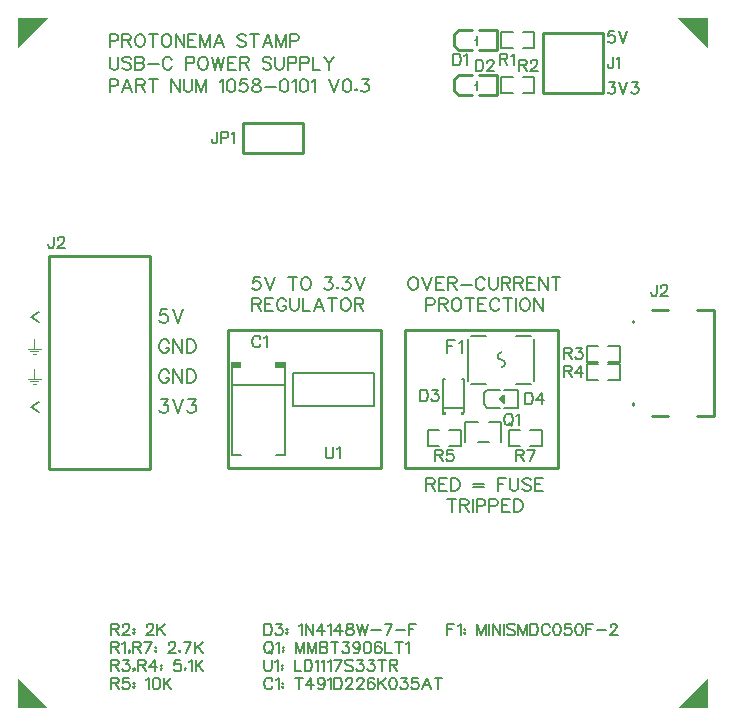
<source format=gto>
G04 Layer: TopSilkscreenLayer*
G04 Panelize: Stamp Hole, Column: 2, Row: 2, Board Size: 58.42mm x 58.42mm, Panelized Board Size: 122.84mm x 122.84mm*
G04 EasyEDA v6.5.32, 2023-07-30 21:55:26*
G04 0189717723f44532b496580ac8dbca45,5a6b42c53f6a479593ecc07194224c93,10*
G04 Gerber Generator version 0.2*
G04 Scale: 100 percent, Rotated: No, Reflected: No *
G04 Dimensions in millimeters *
G04 leading zeros omitted , absolute positions ,4 integer and 5 decimal *
%FSLAX45Y45*%
%MOMM*%

%ADD10C,0.1524*%
%ADD11C,0.2540*%
%ADD12C,0.1500*%
%ADD13C,0.2030*%
%ADD14C,0.1520*%
%ADD15C,0.0128*%

%LPD*%
G36*
X135382Y3125978D02*
G01*
X135382Y3038856D01*
X82804Y3038856D01*
X82804Y3030728D01*
X196596Y3030728D01*
X196596Y3038856D01*
X144018Y3038856D01*
X144018Y3125978D01*
G37*
G36*
X102362Y3017266D02*
G01*
X102362Y3009138D01*
X177038Y3009138D01*
X177038Y3017266D01*
G37*
G36*
X120142Y2995422D02*
G01*
X120142Y2987802D01*
X159258Y2987802D01*
X159258Y2995422D01*
G37*
G36*
X135382Y2871978D02*
G01*
X135382Y2784856D01*
X82804Y2784856D01*
X82804Y2776728D01*
X196596Y2776728D01*
X196596Y2784856D01*
X144018Y2784856D01*
X144018Y2871978D01*
G37*
G36*
X102362Y2763266D02*
G01*
X102362Y2755138D01*
X177038Y2755138D01*
X177038Y2763266D01*
G37*
G36*
X120142Y2741422D02*
G01*
X120142Y2733802D01*
X159258Y2733802D01*
X159258Y2741422D01*
G37*
D10*
X774700Y5703315D02*
G01*
X774700Y5594350D01*
X774700Y5703315D02*
G01*
X821436Y5703315D01*
X836929Y5698236D01*
X842263Y5692902D01*
X847344Y5682487D01*
X847344Y5666994D01*
X842263Y5656579D01*
X836929Y5651500D01*
X821436Y5646165D01*
X774700Y5646165D01*
X881634Y5703315D02*
G01*
X881634Y5594350D01*
X881634Y5703315D02*
G01*
X928370Y5703315D01*
X944118Y5698236D01*
X949197Y5692902D01*
X954531Y5682487D01*
X954531Y5672073D01*
X949197Y5661660D01*
X944118Y5656579D01*
X928370Y5651500D01*
X881634Y5651500D01*
X918210Y5651500D02*
G01*
X954531Y5594350D01*
X1019810Y5703315D02*
G01*
X1009650Y5698236D01*
X999236Y5687821D01*
X993902Y5677407D01*
X988821Y5661660D01*
X988821Y5635752D01*
X993902Y5620257D01*
X999236Y5609844D01*
X1009650Y5599429D01*
X1019810Y5594350D01*
X1040637Y5594350D01*
X1051052Y5599429D01*
X1061465Y5609844D01*
X1066800Y5620257D01*
X1071879Y5635752D01*
X1071879Y5661660D01*
X1066800Y5677407D01*
X1061465Y5687821D01*
X1051052Y5698236D01*
X1040637Y5703315D01*
X1019810Y5703315D01*
X1142492Y5703315D02*
G01*
X1142492Y5594350D01*
X1106170Y5703315D02*
G01*
X1178813Y5703315D01*
X1244345Y5703315D02*
G01*
X1233931Y5698236D01*
X1223518Y5687821D01*
X1218437Y5677407D01*
X1213104Y5661660D01*
X1213104Y5635752D01*
X1218437Y5620257D01*
X1223518Y5609844D01*
X1233931Y5599429D01*
X1244345Y5594350D01*
X1265173Y5594350D01*
X1275587Y5599429D01*
X1286002Y5609844D01*
X1291081Y5620257D01*
X1296415Y5635752D01*
X1296415Y5661660D01*
X1291081Y5677407D01*
X1286002Y5687821D01*
X1275587Y5698236D01*
X1265173Y5703315D01*
X1244345Y5703315D01*
X1330705Y5703315D02*
G01*
X1330705Y5594350D01*
X1330705Y5703315D02*
G01*
X1403350Y5594350D01*
X1403350Y5703315D02*
G01*
X1403350Y5594350D01*
X1437639Y5703315D02*
G01*
X1437639Y5594350D01*
X1437639Y5703315D02*
G01*
X1505204Y5703315D01*
X1437639Y5651500D02*
G01*
X1479295Y5651500D01*
X1437639Y5594350D02*
G01*
X1505204Y5594350D01*
X1539494Y5703315D02*
G01*
X1539494Y5594350D01*
X1539494Y5703315D02*
G01*
X1581150Y5594350D01*
X1622552Y5703315D02*
G01*
X1581150Y5594350D01*
X1622552Y5703315D02*
G01*
X1622552Y5594350D01*
X1698497Y5703315D02*
G01*
X1656842Y5594350D01*
X1698497Y5703315D02*
G01*
X1739900Y5594350D01*
X1672589Y5630671D02*
G01*
X1724405Y5630671D01*
X1927097Y5687821D02*
G01*
X1916684Y5698236D01*
X1901189Y5703315D01*
X1880362Y5703315D01*
X1864613Y5698236D01*
X1854200Y5687821D01*
X1854200Y5677407D01*
X1859534Y5666994D01*
X1864613Y5661660D01*
X1875028Y5656579D01*
X1906270Y5646165D01*
X1916684Y5641086D01*
X1921763Y5635752D01*
X1927097Y5625337D01*
X1927097Y5609844D01*
X1916684Y5599429D01*
X1901189Y5594350D01*
X1880362Y5594350D01*
X1864613Y5599429D01*
X1854200Y5609844D01*
X1997709Y5703315D02*
G01*
X1997709Y5594350D01*
X1961388Y5703315D02*
G01*
X2034031Y5703315D01*
X2109977Y5703315D02*
G01*
X2068322Y5594350D01*
X2109977Y5703315D02*
G01*
X2151379Y5594350D01*
X2084070Y5630671D02*
G01*
X2135886Y5630671D01*
X2185670Y5703315D02*
G01*
X2185670Y5594350D01*
X2185670Y5703315D02*
G01*
X2227325Y5594350D01*
X2268981Y5703315D02*
G01*
X2227325Y5594350D01*
X2268981Y5703315D02*
G01*
X2268981Y5594350D01*
X2303272Y5703315D02*
G01*
X2303272Y5594350D01*
X2303272Y5703315D02*
G01*
X2350008Y5703315D01*
X2365502Y5698236D01*
X2370836Y5692902D01*
X2375915Y5682487D01*
X2375915Y5666994D01*
X2370836Y5656579D01*
X2365502Y5651500D01*
X2350008Y5646165D01*
X2303272Y5646165D01*
X774700Y5512815D02*
G01*
X774700Y5434837D01*
X779779Y5419344D01*
X790194Y5408929D01*
X805942Y5403850D01*
X816355Y5403850D01*
X831850Y5408929D01*
X842263Y5419344D01*
X847344Y5434837D01*
X847344Y5512815D01*
X954531Y5497321D02*
G01*
X944118Y5507736D01*
X928370Y5512815D01*
X907795Y5512815D01*
X892047Y5507736D01*
X881634Y5497321D01*
X881634Y5486907D01*
X886968Y5476494D01*
X892047Y5471160D01*
X902462Y5466079D01*
X933704Y5455665D01*
X944118Y5450586D01*
X949197Y5445252D01*
X954531Y5434837D01*
X954531Y5419344D01*
X944118Y5408929D01*
X928370Y5403850D01*
X907795Y5403850D01*
X892047Y5408929D01*
X881634Y5419344D01*
X988821Y5512815D02*
G01*
X988821Y5403850D01*
X988821Y5512815D02*
G01*
X1035557Y5512815D01*
X1051052Y5507736D01*
X1056386Y5502402D01*
X1061465Y5491987D01*
X1061465Y5481573D01*
X1056386Y5471160D01*
X1051052Y5466079D01*
X1035557Y5461000D01*
X988821Y5461000D02*
G01*
X1035557Y5461000D01*
X1051052Y5455665D01*
X1056386Y5450586D01*
X1061465Y5440171D01*
X1061465Y5424423D01*
X1056386Y5414010D01*
X1051052Y5408929D01*
X1035557Y5403850D01*
X988821Y5403850D01*
X1095755Y5450586D02*
G01*
X1189228Y5450586D01*
X1301495Y5486907D02*
G01*
X1296415Y5497321D01*
X1286002Y5507736D01*
X1275587Y5512815D01*
X1254760Y5512815D01*
X1244345Y5507736D01*
X1233931Y5497321D01*
X1228852Y5486907D01*
X1223518Y5471160D01*
X1223518Y5445252D01*
X1228852Y5429757D01*
X1233931Y5419344D01*
X1244345Y5408929D01*
X1254760Y5403850D01*
X1275587Y5403850D01*
X1286002Y5408929D01*
X1296415Y5419344D01*
X1301495Y5429757D01*
X1415795Y5512815D02*
G01*
X1415795Y5403850D01*
X1415795Y5512815D02*
G01*
X1462531Y5512815D01*
X1478279Y5507736D01*
X1483360Y5502402D01*
X1488439Y5491987D01*
X1488439Y5476494D01*
X1483360Y5466079D01*
X1478279Y5461000D01*
X1462531Y5455665D01*
X1415795Y5455665D01*
X1553971Y5512815D02*
G01*
X1543557Y5507736D01*
X1533144Y5497321D01*
X1528063Y5486907D01*
X1522729Y5471160D01*
X1522729Y5445252D01*
X1528063Y5429757D01*
X1533144Y5419344D01*
X1543557Y5408929D01*
X1553971Y5403850D01*
X1574800Y5403850D01*
X1585213Y5408929D01*
X1595628Y5419344D01*
X1600707Y5429757D01*
X1606042Y5445252D01*
X1606042Y5471160D01*
X1600707Y5486907D01*
X1595628Y5497321D01*
X1585213Y5507736D01*
X1574800Y5512815D01*
X1553971Y5512815D01*
X1640331Y5512815D02*
G01*
X1666239Y5403850D01*
X1692147Y5512815D02*
G01*
X1666239Y5403850D01*
X1692147Y5512815D02*
G01*
X1718310Y5403850D01*
X1744218Y5512815D02*
G01*
X1718310Y5403850D01*
X1778507Y5512815D02*
G01*
X1778507Y5403850D01*
X1778507Y5512815D02*
G01*
X1846071Y5512815D01*
X1778507Y5461000D02*
G01*
X1819910Y5461000D01*
X1778507Y5403850D02*
G01*
X1846071Y5403850D01*
X1880362Y5512815D02*
G01*
X1880362Y5403850D01*
X1880362Y5512815D02*
G01*
X1927097Y5512815D01*
X1942591Y5507736D01*
X1947925Y5502402D01*
X1953006Y5491987D01*
X1953006Y5481573D01*
X1947925Y5471160D01*
X1942591Y5466079D01*
X1927097Y5461000D01*
X1880362Y5461000D01*
X1916684Y5461000D02*
G01*
X1953006Y5403850D01*
X2139950Y5497321D02*
G01*
X2129790Y5507736D01*
X2114041Y5512815D01*
X2093213Y5512815D01*
X2077720Y5507736D01*
X2067306Y5497321D01*
X2067306Y5486907D01*
X2072640Y5476494D01*
X2077720Y5471160D01*
X2088134Y5466079D01*
X2119375Y5455665D01*
X2129790Y5450586D01*
X2134870Y5445252D01*
X2139950Y5434837D01*
X2139950Y5419344D01*
X2129790Y5408929D01*
X2114041Y5403850D01*
X2093213Y5403850D01*
X2077720Y5408929D01*
X2067306Y5419344D01*
X2174240Y5512815D02*
G01*
X2174240Y5434837D01*
X2179574Y5419344D01*
X2189988Y5408929D01*
X2205481Y5403850D01*
X2215895Y5403850D01*
X2231390Y5408929D01*
X2241804Y5419344D01*
X2247138Y5434837D01*
X2247138Y5512815D01*
X2281427Y5512815D02*
G01*
X2281427Y5403850D01*
X2281427Y5512815D02*
G01*
X2328163Y5512815D01*
X2343658Y5507736D01*
X2348991Y5502402D01*
X2354072Y5491987D01*
X2354072Y5476494D01*
X2348991Y5466079D01*
X2343658Y5461000D01*
X2328163Y5455665D01*
X2281427Y5455665D01*
X2388361Y5512815D02*
G01*
X2388361Y5403850D01*
X2388361Y5512815D02*
G01*
X2435097Y5512815D01*
X2450845Y5507736D01*
X2455925Y5502402D01*
X2461259Y5491987D01*
X2461259Y5476494D01*
X2455925Y5466079D01*
X2450845Y5461000D01*
X2435097Y5455665D01*
X2388361Y5455665D01*
X2495550Y5512815D02*
G01*
X2495550Y5403850D01*
X2495550Y5403850D02*
G01*
X2557779Y5403850D01*
X2592070Y5512815D02*
G01*
X2633725Y5461000D01*
X2633725Y5403850D01*
X2675127Y5512815D02*
G01*
X2633725Y5461000D01*
X774700Y5322315D02*
G01*
X774700Y5213350D01*
X774700Y5322315D02*
G01*
X821436Y5322315D01*
X836929Y5317236D01*
X842263Y5311902D01*
X847344Y5301487D01*
X847344Y5285994D01*
X842263Y5275579D01*
X836929Y5270500D01*
X821436Y5265165D01*
X774700Y5265165D01*
X923289Y5322315D02*
G01*
X881634Y5213350D01*
X923289Y5322315D02*
G01*
X964945Y5213350D01*
X897381Y5249671D02*
G01*
X949197Y5249671D01*
X999236Y5322315D02*
G01*
X999236Y5213350D01*
X999236Y5322315D02*
G01*
X1045971Y5322315D01*
X1061465Y5317236D01*
X1066800Y5311902D01*
X1071879Y5301487D01*
X1071879Y5291073D01*
X1066800Y5280660D01*
X1061465Y5275579D01*
X1045971Y5270500D01*
X999236Y5270500D01*
X1035557Y5270500D02*
G01*
X1071879Y5213350D01*
X1142492Y5322315D02*
G01*
X1142492Y5213350D01*
X1106170Y5322315D02*
G01*
X1178813Y5322315D01*
X1293113Y5322315D02*
G01*
X1293113Y5213350D01*
X1293113Y5322315D02*
G01*
X1366012Y5213350D01*
X1366012Y5322315D02*
G01*
X1366012Y5213350D01*
X1400302Y5322315D02*
G01*
X1400302Y5244337D01*
X1405381Y5228844D01*
X1415795Y5218429D01*
X1431289Y5213350D01*
X1441704Y5213350D01*
X1457452Y5218429D01*
X1467865Y5228844D01*
X1472945Y5244337D01*
X1472945Y5322315D01*
X1507236Y5322315D02*
G01*
X1507236Y5213350D01*
X1507236Y5322315D02*
G01*
X1548892Y5213350D01*
X1590294Y5322315D02*
G01*
X1548892Y5213350D01*
X1590294Y5322315D02*
G01*
X1590294Y5213350D01*
X1704594Y5301487D02*
G01*
X1715007Y5306821D01*
X1730755Y5322315D01*
X1730755Y5213350D01*
X1796034Y5322315D02*
G01*
X1780539Y5317236D01*
X1770126Y5301487D01*
X1765045Y5275579D01*
X1765045Y5260086D01*
X1770126Y5233923D01*
X1780539Y5218429D01*
X1796034Y5213350D01*
X1806447Y5213350D01*
X1822195Y5218429D01*
X1832610Y5233923D01*
X1837689Y5260086D01*
X1837689Y5275579D01*
X1832610Y5301487D01*
X1822195Y5317236D01*
X1806447Y5322315D01*
X1796034Y5322315D01*
X1934209Y5322315D02*
G01*
X1882394Y5322315D01*
X1877060Y5275579D01*
X1882394Y5280660D01*
X1897887Y5285994D01*
X1913636Y5285994D01*
X1929129Y5280660D01*
X1939543Y5270500D01*
X1944624Y5254752D01*
X1944624Y5244337D01*
X1939543Y5228844D01*
X1929129Y5218429D01*
X1913636Y5213350D01*
X1897887Y5213350D01*
X1882394Y5218429D01*
X1877060Y5223510D01*
X1871979Y5233923D01*
X2005075Y5322315D02*
G01*
X1989327Y5317236D01*
X1984247Y5306821D01*
X1984247Y5296407D01*
X1989327Y5285994D01*
X1999741Y5280660D01*
X2020570Y5275579D01*
X2036063Y5270500D01*
X2046477Y5260086D01*
X2051811Y5249671D01*
X2051811Y5233923D01*
X2046477Y5223510D01*
X2041397Y5218429D01*
X2025650Y5213350D01*
X2005075Y5213350D01*
X1989327Y5218429D01*
X1984247Y5223510D01*
X1978913Y5233923D01*
X1978913Y5249671D01*
X1984247Y5260086D01*
X1994661Y5270500D01*
X2010156Y5275579D01*
X2030984Y5280660D01*
X2041397Y5285994D01*
X2046477Y5296407D01*
X2046477Y5306821D01*
X2041397Y5317236D01*
X2025650Y5322315D01*
X2005075Y5322315D01*
X2086102Y5260086D02*
G01*
X2179574Y5260086D01*
X2245106Y5322315D02*
G01*
X2229358Y5317236D01*
X2218943Y5301487D01*
X2213863Y5275579D01*
X2213863Y5260086D01*
X2218943Y5233923D01*
X2229358Y5218429D01*
X2245106Y5213350D01*
X2255520Y5213350D01*
X2271013Y5218429D01*
X2281427Y5233923D01*
X2286508Y5260086D01*
X2286508Y5275579D01*
X2281427Y5301487D01*
X2271013Y5317236D01*
X2255520Y5322315D01*
X2245106Y5322315D01*
X2320797Y5301487D02*
G01*
X2331211Y5306821D01*
X2346959Y5322315D01*
X2346959Y5213350D01*
X2412238Y5322315D02*
G01*
X2396743Y5317236D01*
X2386329Y5301487D01*
X2381250Y5275579D01*
X2381250Y5260086D01*
X2386329Y5233923D01*
X2396743Y5218429D01*
X2412238Y5213350D01*
X2422652Y5213350D01*
X2438400Y5218429D01*
X2448559Y5233923D01*
X2453893Y5260086D01*
X2453893Y5275579D01*
X2448559Y5301487D01*
X2438400Y5317236D01*
X2422652Y5322315D01*
X2412238Y5322315D01*
X2488184Y5301487D02*
G01*
X2498597Y5306821D01*
X2514091Y5322315D01*
X2514091Y5213350D01*
X2628391Y5322315D02*
G01*
X2670047Y5213350D01*
X2711450Y5322315D02*
G01*
X2670047Y5213350D01*
X2776981Y5322315D02*
G01*
X2761488Y5317236D01*
X2751074Y5301487D01*
X2745740Y5275579D01*
X2745740Y5260086D01*
X2751074Y5233923D01*
X2761488Y5218429D01*
X2776981Y5213350D01*
X2787395Y5213350D01*
X2802890Y5218429D01*
X2813304Y5233923D01*
X2818638Y5260086D01*
X2818638Y5275579D01*
X2813304Y5301487D01*
X2802890Y5317236D01*
X2787395Y5322315D01*
X2776981Y5322315D01*
X2858008Y5239257D02*
G01*
X2852927Y5233923D01*
X2858008Y5228844D01*
X2863341Y5233923D01*
X2858008Y5239257D01*
X2908045Y5322315D02*
G01*
X2965195Y5322315D01*
X2933954Y5280660D01*
X2949447Y5280660D01*
X2959861Y5275579D01*
X2965195Y5270500D01*
X2970275Y5254752D01*
X2970275Y5244337D01*
X2965195Y5228844D01*
X2954781Y5218429D01*
X2939034Y5213350D01*
X2923540Y5213350D01*
X2908045Y5218429D01*
X2902711Y5223510D01*
X2897631Y5233923D01*
X3333239Y3645915D02*
G01*
X3322825Y3640836D01*
X3312411Y3630421D01*
X3307077Y3620007D01*
X3301997Y3604260D01*
X3301997Y3578352D01*
X3307077Y3562857D01*
X3312411Y3552444D01*
X3322825Y3542029D01*
X3333239Y3536950D01*
X3354067Y3536950D01*
X3364227Y3542029D01*
X3374641Y3552444D01*
X3379975Y3562857D01*
X3385055Y3578352D01*
X3385055Y3604260D01*
X3379975Y3620007D01*
X3374641Y3630421D01*
X3364227Y3640836D01*
X3354067Y3645915D01*
X3333239Y3645915D01*
X3419345Y3645915D02*
G01*
X3461001Y3536950D01*
X3502657Y3645915D02*
G01*
X3461001Y3536950D01*
X3536947Y3645915D02*
G01*
X3536947Y3536950D01*
X3536947Y3645915D02*
G01*
X3604257Y3645915D01*
X3536947Y3594100D02*
G01*
X3578349Y3594100D01*
X3536947Y3536950D02*
G01*
X3604257Y3536950D01*
X3638547Y3645915D02*
G01*
X3638547Y3536950D01*
X3638547Y3645915D02*
G01*
X3685537Y3645915D01*
X3701031Y3640836D01*
X3706111Y3635502D01*
X3711445Y3625087D01*
X3711445Y3614673D01*
X3706111Y3604260D01*
X3701031Y3599179D01*
X3685537Y3594100D01*
X3638547Y3594100D01*
X3675123Y3594100D02*
G01*
X3711445Y3536950D01*
X3745735Y3583686D02*
G01*
X3839207Y3583686D01*
X3951475Y3620007D02*
G01*
X3946141Y3630421D01*
X3935727Y3640836D01*
X3925567Y3645915D01*
X3904739Y3645915D01*
X3894325Y3640836D01*
X3883911Y3630421D01*
X3878577Y3620007D01*
X3873497Y3604260D01*
X3873497Y3578352D01*
X3878577Y3562857D01*
X3883911Y3552444D01*
X3894325Y3542029D01*
X3904739Y3536950D01*
X3925567Y3536950D01*
X3935727Y3542029D01*
X3946141Y3552444D01*
X3951475Y3562857D01*
X3985765Y3645915D02*
G01*
X3985765Y3567937D01*
X3990845Y3552444D01*
X4001259Y3542029D01*
X4017007Y3536950D01*
X4027167Y3536950D01*
X4042915Y3542029D01*
X4053329Y3552444D01*
X4058409Y3567937D01*
X4058409Y3645915D01*
X4092699Y3645915D02*
G01*
X4092699Y3536950D01*
X4092699Y3645915D02*
G01*
X4139435Y3645915D01*
X4155183Y3640836D01*
X4160263Y3635502D01*
X4165597Y3625087D01*
X4165597Y3614673D01*
X4160263Y3604260D01*
X4155183Y3599179D01*
X4139435Y3594100D01*
X4092699Y3594100D01*
X4129021Y3594100D02*
G01*
X4165597Y3536950D01*
X4199887Y3645915D02*
G01*
X4199887Y3536950D01*
X4199887Y3645915D02*
G01*
X4246623Y3645915D01*
X4262117Y3640836D01*
X4267197Y3635502D01*
X4272531Y3625087D01*
X4272531Y3614673D01*
X4267197Y3604260D01*
X4262117Y3599179D01*
X4246623Y3594100D01*
X4199887Y3594100D01*
X4236209Y3594100D02*
G01*
X4272531Y3536950D01*
X4306821Y3645915D02*
G01*
X4306821Y3536950D01*
X4306821Y3645915D02*
G01*
X4374385Y3645915D01*
X4306821Y3594100D02*
G01*
X4348477Y3594100D01*
X4306821Y3536950D02*
G01*
X4374385Y3536950D01*
X4408675Y3645915D02*
G01*
X4408675Y3536950D01*
X4408675Y3645915D02*
G01*
X4481319Y3536950D01*
X4481319Y3645915D02*
G01*
X4481319Y3536950D01*
X4551931Y3645915D02*
G01*
X4551931Y3536950D01*
X4515609Y3645915D02*
G01*
X4588507Y3645915D01*
X3454392Y3468115D02*
G01*
X3454392Y3359150D01*
X3454392Y3468115D02*
G01*
X3501128Y3468115D01*
X3516622Y3463036D01*
X3521956Y3457702D01*
X3527036Y3447287D01*
X3527036Y3431794D01*
X3521956Y3421379D01*
X3516622Y3416300D01*
X3501128Y3410965D01*
X3454392Y3410965D01*
X3561326Y3468115D02*
G01*
X3561326Y3359150D01*
X3561326Y3468115D02*
G01*
X3608062Y3468115D01*
X3623810Y3463036D01*
X3628890Y3457702D01*
X3634224Y3447287D01*
X3634224Y3436873D01*
X3628890Y3426460D01*
X3623810Y3421379D01*
X3608062Y3416300D01*
X3561326Y3416300D01*
X3597902Y3416300D02*
G01*
X3634224Y3359150D01*
X3699502Y3468115D02*
G01*
X3689342Y3463036D01*
X3678928Y3452621D01*
X3673594Y3442207D01*
X3668514Y3426460D01*
X3668514Y3400552D01*
X3673594Y3385057D01*
X3678928Y3374644D01*
X3689342Y3364229D01*
X3699502Y3359150D01*
X3720330Y3359150D01*
X3730744Y3364229D01*
X3741158Y3374644D01*
X3746492Y3385057D01*
X3751572Y3400552D01*
X3751572Y3426460D01*
X3746492Y3442207D01*
X3741158Y3452621D01*
X3730744Y3463036D01*
X3720330Y3468115D01*
X3699502Y3468115D01*
X3822184Y3468115D02*
G01*
X3822184Y3359150D01*
X3785862Y3468115D02*
G01*
X3858506Y3468115D01*
X3892796Y3468115D02*
G01*
X3892796Y3359150D01*
X3892796Y3468115D02*
G01*
X3960360Y3468115D01*
X3892796Y3416300D02*
G01*
X3934452Y3416300D01*
X3892796Y3359150D02*
G01*
X3960360Y3359150D01*
X4072628Y3442207D02*
G01*
X4067548Y3452621D01*
X4057134Y3463036D01*
X4046720Y3468115D01*
X4025892Y3468115D01*
X4015478Y3463036D01*
X4005064Y3452621D01*
X3999984Y3442207D01*
X3994650Y3426460D01*
X3994650Y3400552D01*
X3999984Y3385057D01*
X4005064Y3374644D01*
X4015478Y3364229D01*
X4025892Y3359150D01*
X4046720Y3359150D01*
X4057134Y3364229D01*
X4067548Y3374644D01*
X4072628Y3385057D01*
X4143240Y3468115D02*
G01*
X4143240Y3359150D01*
X4106918Y3468115D02*
G01*
X4179562Y3468115D01*
X4213852Y3468115D02*
G01*
X4213852Y3359150D01*
X4279384Y3468115D02*
G01*
X4268970Y3463036D01*
X4258556Y3452621D01*
X4253476Y3442207D01*
X4248142Y3426460D01*
X4248142Y3400552D01*
X4253476Y3385057D01*
X4258556Y3374644D01*
X4268970Y3364229D01*
X4279384Y3359150D01*
X4300212Y3359150D01*
X4310626Y3364229D01*
X4321040Y3374644D01*
X4326120Y3385057D01*
X4331454Y3400552D01*
X4331454Y3426460D01*
X4326120Y3442207D01*
X4321040Y3452621D01*
X4310626Y3463036D01*
X4300212Y3468115D01*
X4279384Y3468115D01*
X4365744Y3468115D02*
G01*
X4365744Y3359150D01*
X4365744Y3468115D02*
G01*
X4438388Y3359150D01*
X4438388Y3468115D02*
G01*
X4438388Y3359150D01*
X2043427Y3645915D02*
G01*
X1991611Y3645915D01*
X1986277Y3599179D01*
X1991611Y3604260D01*
X2007105Y3609594D01*
X2022853Y3609594D01*
X2038347Y3604260D01*
X2048761Y3594100D01*
X2053841Y3578352D01*
X2053841Y3567937D01*
X2048761Y3552444D01*
X2038347Y3542029D01*
X2022853Y3536950D01*
X2007105Y3536950D01*
X1991611Y3542029D01*
X1986277Y3547110D01*
X1981197Y3557523D01*
X2088131Y3645915D02*
G01*
X2129787Y3536950D01*
X2171443Y3645915D02*
G01*
X2129787Y3536950D01*
X2322065Y3645915D02*
G01*
X2322065Y3536950D01*
X2285743Y3645915D02*
G01*
X2358387Y3645915D01*
X2423919Y3645915D02*
G01*
X2413505Y3640836D01*
X2403091Y3630421D01*
X2397757Y3620007D01*
X2392677Y3604260D01*
X2392677Y3578352D01*
X2397757Y3562857D01*
X2403091Y3552444D01*
X2413505Y3542029D01*
X2423919Y3536950D01*
X2444747Y3536950D01*
X2454907Y3542029D01*
X2465321Y3552444D01*
X2470655Y3562857D01*
X2475735Y3578352D01*
X2475735Y3604260D01*
X2470655Y3620007D01*
X2465321Y3630421D01*
X2454907Y3640836D01*
X2444747Y3645915D01*
X2423919Y3645915D01*
X2600449Y3645915D02*
G01*
X2657599Y3645915D01*
X2626357Y3604260D01*
X2642105Y3604260D01*
X2652519Y3599179D01*
X2657599Y3594100D01*
X2662933Y3578352D01*
X2662933Y3567937D01*
X2657599Y3552444D01*
X2647185Y3542029D01*
X2631691Y3536950D01*
X2616197Y3536950D01*
X2600449Y3542029D01*
X2595369Y3547110D01*
X2590035Y3557523D01*
X2702303Y3562857D02*
G01*
X2697223Y3557523D01*
X2702303Y3552444D01*
X2707637Y3557523D01*
X2702303Y3562857D01*
X2752087Y3645915D02*
G01*
X2809237Y3645915D01*
X2778249Y3604260D01*
X2793743Y3604260D01*
X2804157Y3599179D01*
X2809237Y3594100D01*
X2814571Y3578352D01*
X2814571Y3567937D01*
X2809237Y3552444D01*
X2799077Y3542029D01*
X2783329Y3536950D01*
X2767835Y3536950D01*
X2752087Y3542029D01*
X2747007Y3547110D01*
X2741927Y3557523D01*
X2848861Y3645915D02*
G01*
X2890517Y3536950D01*
X2931919Y3645915D02*
G01*
X2890517Y3536950D01*
X1981194Y3468115D02*
G01*
X1981194Y3359150D01*
X1981194Y3468115D02*
G01*
X2027930Y3468115D01*
X2043424Y3463036D01*
X2048758Y3457702D01*
X2053838Y3447287D01*
X2053838Y3436873D01*
X2048758Y3426460D01*
X2043424Y3421379D01*
X2027930Y3416300D01*
X1981194Y3416300D01*
X2017516Y3416300D02*
G01*
X2053838Y3359150D01*
X2088128Y3468115D02*
G01*
X2088128Y3359150D01*
X2088128Y3468115D02*
G01*
X2155692Y3468115D01*
X2088128Y3416300D02*
G01*
X2129784Y3416300D01*
X2088128Y3359150D02*
G01*
X2155692Y3359150D01*
X2267960Y3442207D02*
G01*
X2262880Y3452621D01*
X2252466Y3463036D01*
X2242052Y3468115D01*
X2221224Y3468115D01*
X2210810Y3463036D01*
X2200396Y3452621D01*
X2195316Y3442207D01*
X2189982Y3426460D01*
X2189982Y3400552D01*
X2195316Y3385057D01*
X2200396Y3374644D01*
X2210810Y3364229D01*
X2221224Y3359150D01*
X2242052Y3359150D01*
X2252466Y3364229D01*
X2262880Y3374644D01*
X2267960Y3385057D01*
X2267960Y3400552D01*
X2242052Y3400552D02*
G01*
X2267960Y3400552D01*
X2302250Y3468115D02*
G01*
X2302250Y3390137D01*
X2307584Y3374644D01*
X2317744Y3364229D01*
X2333492Y3359150D01*
X2343906Y3359150D01*
X2359400Y3364229D01*
X2369814Y3374644D01*
X2374894Y3390137D01*
X2374894Y3468115D01*
X2409184Y3468115D02*
G01*
X2409184Y3359150D01*
X2409184Y3359150D02*
G01*
X2471668Y3359150D01*
X2547614Y3468115D02*
G01*
X2505958Y3359150D01*
X2547614Y3468115D02*
G01*
X2589016Y3359150D01*
X2521452Y3395471D02*
G01*
X2573522Y3395471D01*
X2659628Y3468115D02*
G01*
X2659628Y3359150D01*
X2623306Y3468115D02*
G01*
X2696204Y3468115D01*
X2761482Y3468115D02*
G01*
X2751068Y3463036D01*
X2740654Y3452621D01*
X2735574Y3442207D01*
X2730494Y3426460D01*
X2730494Y3400552D01*
X2735574Y3385057D01*
X2740654Y3374644D01*
X2751068Y3364229D01*
X2761482Y3359150D01*
X2782310Y3359150D01*
X2792724Y3364229D01*
X2803138Y3374644D01*
X2808218Y3385057D01*
X2813552Y3400552D01*
X2813552Y3426460D01*
X2808218Y3442207D01*
X2803138Y3452621D01*
X2792724Y3463036D01*
X2782310Y3468115D01*
X2761482Y3468115D01*
X2847842Y3468115D02*
G01*
X2847842Y3359150D01*
X2847842Y3468115D02*
G01*
X2894578Y3468115D01*
X2910072Y3463036D01*
X2915406Y3457702D01*
X2920486Y3447287D01*
X2920486Y3436873D01*
X2915406Y3426460D01*
X2910072Y3421379D01*
X2894578Y3416300D01*
X2847842Y3416300D01*
X2884164Y3416300D02*
G01*
X2920486Y3359150D01*
X3454387Y1944108D02*
G01*
X3454387Y1835142D01*
X3454387Y1944108D02*
G01*
X3501123Y1944108D01*
X3516617Y1939028D01*
X3521951Y1933694D01*
X3527031Y1923280D01*
X3527031Y1912866D01*
X3521951Y1902452D01*
X3516617Y1897372D01*
X3501123Y1892292D01*
X3454387Y1892292D01*
X3490709Y1892292D02*
G01*
X3527031Y1835142D01*
X3561321Y1944108D02*
G01*
X3561321Y1835142D01*
X3561321Y1944108D02*
G01*
X3628885Y1944108D01*
X3561321Y1892292D02*
G01*
X3602977Y1892292D01*
X3561321Y1835142D02*
G01*
X3628885Y1835142D01*
X3663175Y1944108D02*
G01*
X3663175Y1835142D01*
X3663175Y1944108D02*
G01*
X3699497Y1944108D01*
X3715245Y1939028D01*
X3725659Y1928614D01*
X3730739Y1918200D01*
X3736073Y1902452D01*
X3736073Y1876544D01*
X3730739Y1861050D01*
X3725659Y1850636D01*
X3715245Y1840222D01*
X3699497Y1835142D01*
X3663175Y1835142D01*
X3850373Y1897372D02*
G01*
X3943845Y1897372D01*
X3850373Y1866130D02*
G01*
X3943845Y1866130D01*
X4058145Y1944108D02*
G01*
X4058145Y1835142D01*
X4058145Y1944108D02*
G01*
X4125709Y1944108D01*
X4058145Y1892292D02*
G01*
X4099547Y1892292D01*
X4159999Y1944108D02*
G01*
X4159999Y1866130D01*
X4165079Y1850636D01*
X4175493Y1840222D01*
X4190987Y1835142D01*
X4201401Y1835142D01*
X4217149Y1840222D01*
X4227563Y1850636D01*
X4232643Y1866130D01*
X4232643Y1944108D01*
X4339577Y1928614D02*
G01*
X4329417Y1939028D01*
X4313669Y1944108D01*
X4292841Y1944108D01*
X4277347Y1939028D01*
X4266933Y1928614D01*
X4266933Y1918200D01*
X4272267Y1907786D01*
X4277347Y1902452D01*
X4287761Y1897372D01*
X4319003Y1886958D01*
X4329417Y1881878D01*
X4334497Y1876544D01*
X4339577Y1866130D01*
X4339577Y1850636D01*
X4329417Y1840222D01*
X4313669Y1835142D01*
X4292841Y1835142D01*
X4277347Y1840222D01*
X4266933Y1850636D01*
X4373867Y1944108D02*
G01*
X4373867Y1835142D01*
X4373867Y1944108D02*
G01*
X4441431Y1944108D01*
X4373867Y1892292D02*
G01*
X4415523Y1892292D01*
X4373867Y1835142D02*
G01*
X4441431Y1835142D01*
X3668509Y1766308D02*
G01*
X3668509Y1657342D01*
X3632187Y1766308D02*
G01*
X3704831Y1766308D01*
X3739121Y1766308D02*
G01*
X3739121Y1657342D01*
X3739121Y1766308D02*
G01*
X3785857Y1766308D01*
X3801605Y1761228D01*
X3806685Y1755894D01*
X3812019Y1745480D01*
X3812019Y1735066D01*
X3806685Y1724652D01*
X3801605Y1719572D01*
X3785857Y1714492D01*
X3739121Y1714492D01*
X3775697Y1714492D02*
G01*
X3812019Y1657342D01*
X3846309Y1766308D02*
G01*
X3846309Y1657342D01*
X3880599Y1766308D02*
G01*
X3880599Y1657342D01*
X3880599Y1766308D02*
G01*
X3927335Y1766308D01*
X3942829Y1761228D01*
X3948163Y1755894D01*
X3953243Y1745480D01*
X3953243Y1729986D01*
X3948163Y1719572D01*
X3942829Y1714492D01*
X3927335Y1709158D01*
X3880599Y1709158D01*
X3987533Y1766308D02*
G01*
X3987533Y1657342D01*
X3987533Y1766308D02*
G01*
X4034269Y1766308D01*
X4050017Y1761228D01*
X4055097Y1755894D01*
X4060177Y1745480D01*
X4060177Y1729986D01*
X4055097Y1719572D01*
X4050017Y1714492D01*
X4034269Y1709158D01*
X3987533Y1709158D01*
X4094467Y1766308D02*
G01*
X4094467Y1657342D01*
X4094467Y1766308D02*
G01*
X4162031Y1766308D01*
X4094467Y1714492D02*
G01*
X4136123Y1714492D01*
X4094467Y1657342D02*
G01*
X4162031Y1657342D01*
X4196321Y1766308D02*
G01*
X4196321Y1657342D01*
X4196321Y1766308D02*
G01*
X4232897Y1766308D01*
X4248391Y1761228D01*
X4258805Y1750814D01*
X4263885Y1740400D01*
X4269219Y1724652D01*
X4269219Y1698744D01*
X4263885Y1683250D01*
X4258805Y1672836D01*
X4248391Y1662422D01*
X4232897Y1657342D01*
X4196321Y1657342D01*
X787397Y558037D02*
G01*
X787397Y462534D01*
X787397Y558037D02*
G01*
X828291Y558037D01*
X842007Y553465D01*
X846579Y548894D01*
X851151Y540004D01*
X851151Y530860D01*
X846579Y521715D01*
X842007Y517144D01*
X828291Y512571D01*
X787397Y512571D01*
X819147Y512571D02*
G01*
X851151Y462534D01*
X881123Y540004D02*
G01*
X890013Y544576D01*
X903729Y558037D01*
X903729Y462534D01*
X942845Y480821D02*
G01*
X938273Y476250D01*
X933701Y480821D01*
X938273Y485394D01*
X942845Y480821D01*
X942845Y471678D01*
X933701Y462534D01*
X972817Y558037D02*
G01*
X972817Y462534D01*
X972817Y558037D02*
G01*
X1013711Y558037D01*
X1027427Y553465D01*
X1031999Y548894D01*
X1036571Y540004D01*
X1036571Y530860D01*
X1031999Y521715D01*
X1027427Y517144D01*
X1013711Y512571D01*
X972817Y512571D01*
X1004567Y512571D02*
G01*
X1036571Y462534D01*
X1130043Y558037D02*
G01*
X1084577Y462534D01*
X1066543Y558037D02*
G01*
X1130043Y558037D01*
X1164587Y517144D02*
G01*
X1160015Y512571D01*
X1164587Y508000D01*
X1169159Y512571D01*
X1164587Y517144D01*
X1164587Y485394D02*
G01*
X1160015Y480821D01*
X1164587Y476250D01*
X1169159Y480821D01*
X1164587Y485394D01*
X1273807Y535431D02*
G01*
X1273807Y540004D01*
X1278379Y548894D01*
X1282951Y553465D01*
X1291841Y558037D01*
X1310129Y558037D01*
X1319273Y553465D01*
X1323845Y548894D01*
X1328417Y540004D01*
X1328417Y530860D01*
X1323845Y521715D01*
X1314701Y508000D01*
X1269235Y462534D01*
X1332735Y462534D01*
X1367279Y485394D02*
G01*
X1362961Y480821D01*
X1367279Y476250D01*
X1371851Y480821D01*
X1367279Y485394D01*
X1465577Y558037D02*
G01*
X1420111Y462534D01*
X1401823Y558037D02*
G01*
X1465577Y558037D01*
X1495549Y558037D02*
G01*
X1495549Y462534D01*
X1559303Y558037D02*
G01*
X1495549Y494537D01*
X1518409Y517144D02*
G01*
X1559303Y462534D01*
X787397Y710437D02*
G01*
X787397Y614934D01*
X787397Y710437D02*
G01*
X828291Y710437D01*
X842007Y705865D01*
X846579Y701294D01*
X851151Y692404D01*
X851151Y683260D01*
X846579Y674115D01*
X842007Y669544D01*
X828291Y664971D01*
X787397Y664971D01*
X819147Y664971D02*
G01*
X851151Y614934D01*
X885695Y687831D02*
G01*
X885695Y692404D01*
X890013Y701294D01*
X894585Y705865D01*
X903729Y710437D01*
X922017Y710437D01*
X930907Y705865D01*
X935479Y701294D01*
X940051Y692404D01*
X940051Y683260D01*
X935479Y674115D01*
X926589Y660400D01*
X881123Y614934D01*
X944623Y614934D01*
X979167Y669544D02*
G01*
X974595Y664971D01*
X979167Y660400D01*
X983739Y664971D01*
X979167Y669544D01*
X979167Y637794D02*
G01*
X974595Y633221D01*
X979167Y628650D01*
X983739Y633221D01*
X979167Y637794D01*
X1088387Y687831D02*
G01*
X1088387Y692404D01*
X1092959Y701294D01*
X1097277Y705865D01*
X1106421Y710437D01*
X1124709Y710437D01*
X1133853Y705865D01*
X1138425Y701294D01*
X1142743Y692404D01*
X1142743Y683260D01*
X1138425Y674115D01*
X1129281Y660400D01*
X1083815Y614934D01*
X1147315Y614934D01*
X1177287Y710437D02*
G01*
X1177287Y614934D01*
X1241041Y710437D02*
G01*
X1177287Y646937D01*
X1200147Y669544D02*
G01*
X1241041Y614934D01*
X787400Y405637D02*
G01*
X787400Y310134D01*
X787400Y405637D02*
G01*
X828294Y405637D01*
X842010Y401065D01*
X846581Y396494D01*
X851154Y387604D01*
X851154Y378460D01*
X846581Y369315D01*
X842010Y364744D01*
X828294Y360171D01*
X787400Y360171D01*
X819150Y360171D02*
G01*
X851154Y310134D01*
X890015Y405637D02*
G01*
X940054Y405637D01*
X912876Y369315D01*
X926592Y369315D01*
X935481Y364744D01*
X940054Y360171D01*
X944626Y346710D01*
X944626Y337565D01*
X940054Y323850D01*
X930910Y314705D01*
X917447Y310134D01*
X903731Y310134D01*
X890015Y314705D01*
X885697Y319278D01*
X881126Y328421D01*
X983742Y328421D02*
G01*
X979170Y323850D01*
X974597Y328421D01*
X979170Y332994D01*
X983742Y328421D01*
X983742Y319278D01*
X974597Y310134D01*
X1013713Y405637D02*
G01*
X1013713Y310134D01*
X1013713Y405637D02*
G01*
X1054607Y405637D01*
X1068323Y401065D01*
X1072895Y396494D01*
X1077468Y387604D01*
X1077468Y378460D01*
X1072895Y369315D01*
X1068323Y364744D01*
X1054607Y360171D01*
X1013713Y360171D01*
X1045463Y360171D02*
G01*
X1077468Y310134D01*
X1152905Y405637D02*
G01*
X1107439Y342137D01*
X1175512Y342137D01*
X1152905Y405637D02*
G01*
X1152905Y310134D01*
X1210055Y364744D02*
G01*
X1205484Y360171D01*
X1210055Y355600D01*
X1214628Y360171D01*
X1210055Y364744D01*
X1210055Y332994D02*
G01*
X1205484Y328421D01*
X1210055Y323850D01*
X1214628Y328421D01*
X1210055Y332994D01*
X1369313Y405637D02*
G01*
X1323847Y405637D01*
X1319276Y364744D01*
X1323847Y369315D01*
X1337310Y373887D01*
X1351026Y373887D01*
X1364742Y369315D01*
X1373886Y360171D01*
X1378204Y346710D01*
X1378204Y337565D01*
X1373886Y323850D01*
X1364742Y314705D01*
X1351026Y310134D01*
X1337310Y310134D01*
X1323847Y314705D01*
X1319276Y319278D01*
X1314704Y328421D01*
X1412747Y332994D02*
G01*
X1408429Y328421D01*
X1412747Y323850D01*
X1417320Y328421D01*
X1412747Y332994D01*
X1447292Y387604D02*
G01*
X1456436Y392176D01*
X1470152Y405637D01*
X1470152Y310134D01*
X1500123Y405637D02*
G01*
X1500123Y310134D01*
X1563878Y405637D02*
G01*
X1500123Y342137D01*
X1522729Y364744D02*
G01*
X1563878Y310134D01*
X787400Y253237D02*
G01*
X787400Y157734D01*
X787400Y253237D02*
G01*
X828294Y253237D01*
X842010Y248665D01*
X846581Y244094D01*
X851154Y235204D01*
X851154Y226060D01*
X846581Y216915D01*
X842010Y212344D01*
X828294Y207771D01*
X787400Y207771D01*
X819150Y207771D02*
G01*
X851154Y157734D01*
X935481Y253237D02*
G01*
X890015Y253237D01*
X885697Y212344D01*
X890015Y216915D01*
X903731Y221487D01*
X917447Y221487D01*
X930910Y216915D01*
X940054Y207771D01*
X944626Y194310D01*
X944626Y185165D01*
X940054Y171450D01*
X930910Y162305D01*
X917447Y157734D01*
X903731Y157734D01*
X890015Y162305D01*
X885697Y166878D01*
X881126Y176021D01*
X979170Y212344D02*
G01*
X974597Y207771D01*
X979170Y203200D01*
X983742Y207771D01*
X979170Y212344D01*
X979170Y180594D02*
G01*
X974597Y176021D01*
X979170Y171450D01*
X983742Y176021D01*
X979170Y180594D01*
X1083818Y235204D02*
G01*
X1092962Y239776D01*
X1106423Y253237D01*
X1106423Y157734D01*
X1163828Y253237D02*
G01*
X1150112Y248665D01*
X1140968Y235204D01*
X1136395Y212344D01*
X1136395Y198881D01*
X1140968Y176021D01*
X1150112Y162305D01*
X1163828Y157734D01*
X1172971Y157734D01*
X1186434Y162305D01*
X1195578Y176021D01*
X1200150Y198881D01*
X1200150Y212344D01*
X1195578Y235204D01*
X1186434Y248665D01*
X1172971Y253237D01*
X1163828Y253237D01*
X1230121Y253237D02*
G01*
X1230121Y157734D01*
X1293876Y253237D02*
G01*
X1230121Y189737D01*
X1252728Y212344D02*
G01*
X1293876Y157734D01*
X2150872Y230631D02*
G01*
X2146554Y239776D01*
X2137409Y248665D01*
X2128265Y253237D01*
X2109977Y253237D01*
X2101088Y248665D01*
X2091943Y239776D01*
X2087372Y230631D01*
X2082800Y216915D01*
X2082800Y194310D01*
X2087372Y180594D01*
X2091943Y171450D01*
X2101088Y162305D01*
X2109977Y157734D01*
X2128265Y157734D01*
X2137409Y162305D01*
X2146554Y171450D01*
X2150872Y180594D01*
X2181097Y235204D02*
G01*
X2189988Y239776D01*
X2203704Y253237D01*
X2203704Y157734D01*
X2238247Y212344D02*
G01*
X2233675Y207771D01*
X2238247Y203200D01*
X2242820Y207771D01*
X2238247Y212344D01*
X2238247Y180594D02*
G01*
X2233675Y176021D01*
X2238247Y171450D01*
X2242820Y176021D01*
X2238247Y180594D01*
X2374645Y253237D02*
G01*
X2374645Y157734D01*
X2342895Y253237D02*
G01*
X2406395Y253237D01*
X2481834Y253237D02*
G01*
X2436368Y189737D01*
X2504693Y189737D01*
X2481834Y253237D02*
G01*
X2481834Y157734D01*
X2593593Y221487D02*
G01*
X2589275Y207771D01*
X2580131Y198881D01*
X2566415Y194310D01*
X2561843Y194310D01*
X2548127Y198881D01*
X2539238Y207771D01*
X2534665Y221487D01*
X2534665Y226060D01*
X2539238Y239776D01*
X2548127Y248665D01*
X2561843Y253237D01*
X2566415Y253237D01*
X2580131Y248665D01*
X2589275Y239776D01*
X2593593Y221487D01*
X2593593Y198881D01*
X2589275Y176021D01*
X2580131Y162305D01*
X2566415Y157734D01*
X2557272Y157734D01*
X2543809Y162305D01*
X2539238Y171450D01*
X2623820Y235204D02*
G01*
X2632709Y239776D01*
X2646425Y253237D01*
X2646425Y157734D01*
X2676397Y253237D02*
G01*
X2676397Y157734D01*
X2676397Y253237D02*
G01*
X2708147Y253237D01*
X2721863Y248665D01*
X2731008Y239776D01*
X2735579Y230631D01*
X2740152Y216915D01*
X2740152Y194310D01*
X2735579Y180594D01*
X2731008Y171450D01*
X2721863Y162305D01*
X2708147Y157734D01*
X2676397Y157734D01*
X2774695Y230631D02*
G01*
X2774695Y235204D01*
X2779268Y244094D01*
X2783586Y248665D01*
X2792729Y253237D01*
X2811018Y253237D01*
X2820161Y248665D01*
X2824734Y244094D01*
X2829052Y235204D01*
X2829052Y226060D01*
X2824734Y216915D01*
X2815590Y203200D01*
X2770124Y157734D01*
X2833624Y157734D01*
X2868168Y230631D02*
G01*
X2868168Y235204D01*
X2872740Y244094D01*
X2877311Y248665D01*
X2886456Y253237D01*
X2904490Y253237D01*
X2913634Y248665D01*
X2918206Y244094D01*
X2922777Y235204D01*
X2922777Y226060D01*
X2918206Y216915D01*
X2909061Y203200D01*
X2863595Y157734D01*
X2927350Y157734D01*
X3011931Y239776D02*
G01*
X3007359Y248665D01*
X2993643Y253237D01*
X2984500Y253237D01*
X2971038Y248665D01*
X2961893Y235204D01*
X2957322Y212344D01*
X2957322Y189737D01*
X2961893Y171450D01*
X2971038Y162305D01*
X2984500Y157734D01*
X2989072Y157734D01*
X3002788Y162305D01*
X3011931Y171450D01*
X3016504Y185165D01*
X3016504Y189737D01*
X3011931Y203200D01*
X3002788Y212344D01*
X2989072Y216915D01*
X2984500Y216915D01*
X2971038Y212344D01*
X2961893Y203200D01*
X2957322Y189737D01*
X3046475Y253237D02*
G01*
X3046475Y157734D01*
X3109975Y253237D02*
G01*
X3046475Y189737D01*
X3069081Y212344D02*
G01*
X3109975Y157734D01*
X3167379Y253237D02*
G01*
X3153663Y248665D01*
X3144520Y235204D01*
X3139947Y212344D01*
X3139947Y198881D01*
X3144520Y176021D01*
X3153663Y162305D01*
X3167379Y157734D01*
X3176524Y157734D01*
X3189986Y162305D01*
X3199129Y176021D01*
X3203702Y198881D01*
X3203702Y212344D01*
X3199129Y235204D01*
X3189986Y248665D01*
X3176524Y253237D01*
X3167379Y253237D01*
X3242818Y253237D02*
G01*
X3292856Y253237D01*
X3265424Y216915D01*
X3279140Y216915D01*
X3288284Y212344D01*
X3292856Y207771D01*
X3297427Y194310D01*
X3297427Y185165D01*
X3292856Y171450D01*
X3283711Y162305D01*
X3269995Y157734D01*
X3256534Y157734D01*
X3242818Y162305D01*
X3238245Y166878D01*
X3233674Y176021D01*
X3382009Y253237D02*
G01*
X3336543Y253237D01*
X3331972Y212344D01*
X3336543Y216915D01*
X3350006Y221487D01*
X3363722Y221487D01*
X3377438Y216915D01*
X3386327Y207771D01*
X3390900Y194310D01*
X3390900Y185165D01*
X3386327Y171450D01*
X3377438Y162305D01*
X3363722Y157734D01*
X3350006Y157734D01*
X3336543Y162305D01*
X3331972Y166878D01*
X3327400Y176021D01*
X3457447Y253237D02*
G01*
X3420872Y157734D01*
X3457447Y253237D02*
G01*
X3493770Y157734D01*
X3434588Y189737D02*
G01*
X3480054Y189737D01*
X3555491Y253237D02*
G01*
X3555491Y157734D01*
X3523741Y253237D02*
G01*
X3587241Y253237D01*
X2082800Y710437D02*
G01*
X2082800Y614934D01*
X2082800Y710437D02*
G01*
X2114550Y710437D01*
X2128265Y705865D01*
X2137409Y696976D01*
X2141981Y687831D01*
X2146554Y674115D01*
X2146554Y651510D01*
X2141981Y637794D01*
X2137409Y628650D01*
X2128265Y619505D01*
X2114550Y614934D01*
X2082800Y614934D01*
X2185415Y710437D02*
G01*
X2235454Y710437D01*
X2208275Y674115D01*
X2221991Y674115D01*
X2230881Y669544D01*
X2235454Y664971D01*
X2240025Y651510D01*
X2240025Y642365D01*
X2235454Y628650D01*
X2226309Y619505D01*
X2212847Y614934D01*
X2199131Y614934D01*
X2185415Y619505D01*
X2181097Y624078D01*
X2176525Y633221D01*
X2274570Y669544D02*
G01*
X2269997Y664971D01*
X2274570Y660400D01*
X2279141Y664971D01*
X2274570Y669544D01*
X2274570Y637794D02*
G01*
X2269997Y633221D01*
X2274570Y628650D01*
X2279141Y633221D01*
X2274570Y637794D01*
X2379218Y692404D02*
G01*
X2388361Y696976D01*
X2401824Y710437D01*
X2401824Y614934D01*
X2431795Y710437D02*
G01*
X2431795Y614934D01*
X2431795Y710437D02*
G01*
X2495550Y614934D01*
X2495550Y710437D02*
G01*
X2495550Y614934D01*
X2570988Y710437D02*
G01*
X2525522Y646937D01*
X2593593Y646937D01*
X2570988Y710437D02*
G01*
X2570988Y614934D01*
X2623820Y692404D02*
G01*
X2632709Y696976D01*
X2646425Y710437D01*
X2646425Y614934D01*
X2721863Y710437D02*
G01*
X2676397Y646937D01*
X2744724Y646937D01*
X2721863Y710437D02*
G01*
X2721863Y614934D01*
X2797302Y710437D02*
G01*
X2783586Y705865D01*
X2779268Y696976D01*
X2779268Y687831D01*
X2783586Y678687D01*
X2792729Y674115D01*
X2811018Y669544D01*
X2824734Y664971D01*
X2833624Y656081D01*
X2838195Y646937D01*
X2838195Y633221D01*
X2833624Y624078D01*
X2829052Y619505D01*
X2815590Y614934D01*
X2797302Y614934D01*
X2783586Y619505D01*
X2779268Y624078D01*
X2774695Y633221D01*
X2774695Y646937D01*
X2779268Y656081D01*
X2788158Y664971D01*
X2801874Y669544D01*
X2820161Y674115D01*
X2829052Y678687D01*
X2833624Y687831D01*
X2833624Y696976D01*
X2829052Y705865D01*
X2815590Y710437D01*
X2797302Y710437D01*
X2868168Y710437D02*
G01*
X2891027Y614934D01*
X2913634Y710437D02*
G01*
X2891027Y614934D01*
X2913634Y710437D02*
G01*
X2936493Y614934D01*
X2959100Y710437D02*
G01*
X2936493Y614934D01*
X2989072Y656081D02*
G01*
X3070859Y656081D01*
X3164586Y710437D02*
G01*
X3119120Y614934D01*
X3101086Y710437D02*
G01*
X3164586Y710437D01*
X3194558Y656081D02*
G01*
X3276345Y656081D01*
X3306318Y710437D02*
G01*
X3306318Y614934D01*
X3306318Y710437D02*
G01*
X3365500Y710437D01*
X3306318Y664971D02*
G01*
X3342893Y664971D01*
X2109977Y558037D02*
G01*
X2101088Y553465D01*
X2091943Y544576D01*
X2087372Y535431D01*
X2082800Y521715D01*
X2082800Y499110D01*
X2087372Y485394D01*
X2091943Y476250D01*
X2101088Y467105D01*
X2109977Y462534D01*
X2128265Y462534D01*
X2137409Y467105D01*
X2146554Y476250D01*
X2150872Y485394D01*
X2155443Y499110D01*
X2155443Y521715D01*
X2150872Y535431D01*
X2146554Y544576D01*
X2137409Y553465D01*
X2128265Y558037D01*
X2109977Y558037D01*
X2123693Y480821D02*
G01*
X2150872Y453644D01*
X2185415Y540004D02*
G01*
X2194559Y544576D01*
X2208275Y558037D01*
X2208275Y462534D01*
X2242820Y517144D02*
G01*
X2238247Y512571D01*
X2242820Y508000D01*
X2247391Y512571D01*
X2242820Y517144D01*
X2242820Y485394D02*
G01*
X2238247Y480821D01*
X2242820Y476250D01*
X2247391Y480821D01*
X2242820Y485394D01*
X2347213Y558037D02*
G01*
X2347213Y462534D01*
X2347213Y558037D02*
G01*
X2383790Y462534D01*
X2420111Y558037D02*
G01*
X2383790Y462534D01*
X2420111Y558037D02*
G01*
X2420111Y462534D01*
X2450084Y558037D02*
G01*
X2450084Y462534D01*
X2450084Y558037D02*
G01*
X2486406Y462534D01*
X2522727Y558037D02*
G01*
X2486406Y462534D01*
X2522727Y558037D02*
G01*
X2522727Y462534D01*
X2552700Y558037D02*
G01*
X2552700Y462534D01*
X2552700Y558037D02*
G01*
X2593593Y558037D01*
X2607309Y553465D01*
X2611881Y548894D01*
X2616454Y540004D01*
X2616454Y530860D01*
X2611881Y521715D01*
X2607309Y517144D01*
X2593593Y512571D01*
X2552700Y512571D02*
G01*
X2593593Y512571D01*
X2607309Y508000D01*
X2611881Y503681D01*
X2616454Y494537D01*
X2616454Y480821D01*
X2611881Y471678D01*
X2607309Y467105D01*
X2593593Y462534D01*
X2552700Y462534D01*
X2678175Y558037D02*
G01*
X2678175Y462534D01*
X2646425Y558037D02*
G01*
X2710179Y558037D01*
X2749041Y558037D02*
G01*
X2799079Y558037D01*
X2771902Y521715D01*
X2785618Y521715D01*
X2794508Y517144D01*
X2799079Y512571D01*
X2803652Y499110D01*
X2803652Y489965D01*
X2799079Y476250D01*
X2790190Y467105D01*
X2776474Y462534D01*
X2762758Y462534D01*
X2749041Y467105D01*
X2744724Y471678D01*
X2740152Y480821D01*
X2892806Y526287D02*
G01*
X2888234Y512571D01*
X2879090Y503681D01*
X2865627Y499110D01*
X2861056Y499110D01*
X2847340Y503681D01*
X2838195Y512571D01*
X2833624Y526287D01*
X2833624Y530860D01*
X2838195Y544576D01*
X2847340Y553465D01*
X2861056Y558037D01*
X2865627Y558037D01*
X2879090Y553465D01*
X2888234Y544576D01*
X2892806Y526287D01*
X2892806Y503681D01*
X2888234Y480821D01*
X2879090Y467105D01*
X2865627Y462534D01*
X2856484Y462534D01*
X2842768Y467105D01*
X2838195Y476250D01*
X2949956Y558037D02*
G01*
X2936493Y553465D01*
X2927350Y540004D01*
X2922777Y517144D01*
X2922777Y503681D01*
X2927350Y480821D01*
X2936493Y467105D01*
X2949956Y462534D01*
X2959100Y462534D01*
X2972815Y467105D01*
X2981959Y480821D01*
X2986531Y503681D01*
X2986531Y517144D01*
X2981959Y540004D01*
X2972815Y553465D01*
X2959100Y558037D01*
X2949956Y558037D01*
X3070859Y544576D02*
G01*
X3066541Y553465D01*
X3052825Y558037D01*
X3043681Y558037D01*
X3029965Y553465D01*
X3021075Y540004D01*
X3016504Y517144D01*
X3016504Y494537D01*
X3021075Y476250D01*
X3029965Y467105D01*
X3043681Y462534D01*
X3048254Y462534D01*
X3061970Y467105D01*
X3070859Y476250D01*
X3075431Y489965D01*
X3075431Y494537D01*
X3070859Y508000D01*
X3061970Y517144D01*
X3048254Y521715D01*
X3043681Y521715D01*
X3029965Y517144D01*
X3021075Y508000D01*
X3016504Y494537D01*
X3105404Y558037D02*
G01*
X3105404Y462534D01*
X3105404Y462534D02*
G01*
X3160013Y462534D01*
X3221990Y558037D02*
G01*
X3221990Y462534D01*
X3189986Y558037D02*
G01*
X3253740Y558037D01*
X3283711Y540004D02*
G01*
X3292856Y544576D01*
X3306318Y558037D01*
X3306318Y462534D01*
X2082800Y405637D02*
G01*
X2082800Y337565D01*
X2087372Y323850D01*
X2096515Y314705D01*
X2109977Y310134D01*
X2119122Y310134D01*
X2132838Y314705D01*
X2141981Y323850D01*
X2146554Y337565D01*
X2146554Y405637D01*
X2176525Y387604D02*
G01*
X2185415Y392176D01*
X2199131Y405637D01*
X2199131Y310134D01*
X2233675Y364744D02*
G01*
X2229104Y360171D01*
X2233675Y355600D01*
X2238247Y360171D01*
X2233675Y364744D01*
X2233675Y332994D02*
G01*
X2229104Y328421D01*
X2233675Y323850D01*
X2238247Y328421D01*
X2233675Y332994D01*
X2338324Y405637D02*
G01*
X2338324Y310134D01*
X2338324Y310134D02*
G01*
X2392679Y310134D01*
X2422906Y405637D02*
G01*
X2422906Y310134D01*
X2422906Y405637D02*
G01*
X2454656Y405637D01*
X2468372Y401065D01*
X2477261Y392176D01*
X2481834Y383031D01*
X2486406Y369315D01*
X2486406Y346710D01*
X2481834Y332994D01*
X2477261Y323850D01*
X2468372Y314705D01*
X2454656Y310134D01*
X2422906Y310134D01*
X2516377Y387604D02*
G01*
X2525522Y392176D01*
X2539238Y405637D01*
X2539238Y310134D01*
X2569209Y387604D02*
G01*
X2578354Y392176D01*
X2591815Y405637D01*
X2591815Y310134D01*
X2621788Y387604D02*
G01*
X2630931Y392176D01*
X2644647Y405637D01*
X2644647Y310134D01*
X2738374Y405637D02*
G01*
X2692908Y310134D01*
X2674620Y405637D02*
G01*
X2738374Y405637D01*
X2831845Y392176D02*
G01*
X2822702Y401065D01*
X2809240Y405637D01*
X2790952Y405637D01*
X2777236Y401065D01*
X2768345Y392176D01*
X2768345Y383031D01*
X2772918Y373887D01*
X2777236Y369315D01*
X2786379Y364744D01*
X2813811Y355600D01*
X2822702Y351281D01*
X2827274Y346710D01*
X2831845Y337565D01*
X2831845Y323850D01*
X2822702Y314705D01*
X2809240Y310134D01*
X2790952Y310134D01*
X2777236Y314705D01*
X2768345Y323850D01*
X2870961Y405637D02*
G01*
X2921000Y405637D01*
X2893822Y369315D01*
X2907284Y369315D01*
X2916427Y364744D01*
X2921000Y360171D01*
X2925572Y346710D01*
X2925572Y337565D01*
X2921000Y323850D01*
X2911856Y314705D01*
X2898140Y310134D01*
X2884677Y310134D01*
X2870961Y314705D01*
X2866390Y319278D01*
X2861818Y328421D01*
X2964688Y405637D02*
G01*
X3014725Y405637D01*
X2987293Y369315D01*
X3001009Y369315D01*
X3010154Y364744D01*
X3014725Y360171D01*
X3019043Y346710D01*
X3019043Y337565D01*
X3014725Y323850D01*
X3005581Y314705D01*
X2991865Y310134D01*
X2978150Y310134D01*
X2964688Y314705D01*
X2960115Y319278D01*
X2955543Y328421D01*
X3081020Y405637D02*
G01*
X3081020Y310134D01*
X3049270Y405637D02*
G01*
X3112770Y405637D01*
X3142741Y405637D02*
G01*
X3142741Y310134D01*
X3142741Y405637D02*
G01*
X3183636Y405637D01*
X3197352Y401065D01*
X3201924Y396494D01*
X3206495Y387604D01*
X3206495Y378460D01*
X3201924Y369315D01*
X3197352Y364744D01*
X3183636Y360171D01*
X3142741Y360171D01*
X3174491Y360171D02*
G01*
X3206495Y310134D01*
X3632189Y710437D02*
G01*
X3632189Y614934D01*
X3632189Y710437D02*
G01*
X3691371Y710437D01*
X3632189Y664971D02*
G01*
X3668511Y664971D01*
X3721343Y692404D02*
G01*
X3730487Y696976D01*
X3743949Y710437D01*
X3743949Y614934D01*
X3778493Y669544D02*
G01*
X3773921Y664971D01*
X3778493Y660400D01*
X3783065Y664971D01*
X3778493Y669544D01*
X3778493Y637794D02*
G01*
X3773921Y633221D01*
X3778493Y628650D01*
X3783065Y633221D01*
X3778493Y637794D01*
X3883141Y710437D02*
G01*
X3883141Y614934D01*
X3883141Y710437D02*
G01*
X3919463Y614934D01*
X3955785Y710437D02*
G01*
X3919463Y614934D01*
X3955785Y710437D02*
G01*
X3955785Y614934D01*
X3985757Y710437D02*
G01*
X3985757Y614934D01*
X4015729Y710437D02*
G01*
X4015729Y614934D01*
X4015729Y710437D02*
G01*
X4079483Y614934D01*
X4079483Y710437D02*
G01*
X4079483Y614934D01*
X4109455Y710437D02*
G01*
X4109455Y614934D01*
X4203181Y696976D02*
G01*
X4194037Y705865D01*
X4180321Y710437D01*
X4162287Y710437D01*
X4148571Y705865D01*
X4139427Y696976D01*
X4139427Y687831D01*
X4143999Y678687D01*
X4148571Y674115D01*
X4157715Y669544D01*
X4184893Y660400D01*
X4194037Y656081D01*
X4198609Y651510D01*
X4203181Y642365D01*
X4203181Y628650D01*
X4194037Y619505D01*
X4180321Y614934D01*
X4162287Y614934D01*
X4148571Y619505D01*
X4139427Y628650D01*
X4233153Y710437D02*
G01*
X4233153Y614934D01*
X4233153Y710437D02*
G01*
X4269475Y614934D01*
X4305797Y710437D02*
G01*
X4269475Y614934D01*
X4305797Y710437D02*
G01*
X4305797Y614934D01*
X4335769Y710437D02*
G01*
X4335769Y614934D01*
X4335769Y710437D02*
G01*
X4367519Y710437D01*
X4381235Y705865D01*
X4390379Y696976D01*
X4394951Y687831D01*
X4399523Y674115D01*
X4399523Y651510D01*
X4394951Y637794D01*
X4390379Y628650D01*
X4381235Y619505D01*
X4367519Y614934D01*
X4335769Y614934D01*
X4497567Y687831D02*
G01*
X4492995Y696976D01*
X4484105Y705865D01*
X4474961Y710437D01*
X4456673Y710437D01*
X4447529Y705865D01*
X4438639Y696976D01*
X4434067Y687831D01*
X4429495Y674115D01*
X4429495Y651510D01*
X4434067Y637794D01*
X4438639Y628650D01*
X4447529Y619505D01*
X4456673Y614934D01*
X4474961Y614934D01*
X4484105Y619505D01*
X4492995Y628650D01*
X4497567Y637794D01*
X4554971Y710437D02*
G01*
X4541255Y705865D01*
X4532111Y692404D01*
X4527539Y669544D01*
X4527539Y656081D01*
X4532111Y633221D01*
X4541255Y619505D01*
X4554971Y614934D01*
X4564115Y614934D01*
X4577577Y619505D01*
X4586721Y633221D01*
X4591293Y656081D01*
X4591293Y669544D01*
X4586721Y692404D01*
X4577577Y705865D01*
X4564115Y710437D01*
X4554971Y710437D01*
X4675875Y710437D02*
G01*
X4630409Y710437D01*
X4625837Y669544D01*
X4630409Y674115D01*
X4644125Y678687D01*
X4657587Y678687D01*
X4671303Y674115D01*
X4680447Y664971D01*
X4685019Y651510D01*
X4685019Y642365D01*
X4680447Y628650D01*
X4671303Y619505D01*
X4657587Y614934D01*
X4644125Y614934D01*
X4630409Y619505D01*
X4625837Y624078D01*
X4621265Y633221D01*
X4742169Y710437D02*
G01*
X4728453Y705865D01*
X4719563Y692404D01*
X4714991Y669544D01*
X4714991Y656081D01*
X4719563Y633221D01*
X4728453Y619505D01*
X4742169Y614934D01*
X4751313Y614934D01*
X4765029Y619505D01*
X4773919Y633221D01*
X4778491Y656081D01*
X4778491Y669544D01*
X4773919Y692404D01*
X4765029Y705865D01*
X4751313Y710437D01*
X4742169Y710437D01*
X4808463Y710437D02*
G01*
X4808463Y614934D01*
X4808463Y710437D02*
G01*
X4867645Y710437D01*
X4808463Y664971D02*
G01*
X4844785Y664971D01*
X4897617Y656081D02*
G01*
X4979405Y656081D01*
X5013949Y687831D02*
G01*
X5013949Y692404D01*
X5018521Y701294D01*
X5023093Y705865D01*
X5032237Y710437D01*
X5050271Y710437D01*
X5059415Y705865D01*
X5063987Y701294D01*
X5068559Y692404D01*
X5068559Y683260D01*
X5063987Y674115D01*
X5054843Y660400D01*
X5009377Y614934D01*
X5073131Y614934D01*
X5045709Y5726937D02*
G01*
X5000243Y5726937D01*
X4995672Y5686044D01*
X5000243Y5690615D01*
X5013706Y5695187D01*
X5027422Y5695187D01*
X5041138Y5690615D01*
X5050281Y5681471D01*
X5054854Y5668010D01*
X5054854Y5658865D01*
X5050281Y5645150D01*
X5041138Y5636005D01*
X5027422Y5631434D01*
X5013706Y5631434D01*
X5000243Y5636005D01*
X4995672Y5640578D01*
X4991100Y5649721D01*
X5084825Y5726937D02*
G01*
X5121147Y5631434D01*
X5157470Y5726937D02*
G01*
X5121147Y5631434D01*
X5000243Y5295137D02*
G01*
X5050281Y5295137D01*
X5022850Y5258815D01*
X5036565Y5258815D01*
X5045709Y5254244D01*
X5050281Y5249671D01*
X5054854Y5236210D01*
X5054854Y5227065D01*
X5050281Y5213350D01*
X5041138Y5204205D01*
X5027422Y5199634D01*
X5013706Y5199634D01*
X5000243Y5204205D01*
X4995672Y5208778D01*
X4991100Y5217921D01*
X5084825Y5295137D02*
G01*
X5121147Y5199634D01*
X5157470Y5295137D02*
G01*
X5121147Y5199634D01*
X5196586Y5295137D02*
G01*
X5246624Y5295137D01*
X5219191Y5258815D01*
X5232908Y5258815D01*
X5242052Y5254244D01*
X5246624Y5249671D01*
X5251195Y5236210D01*
X5251195Y5227065D01*
X5246624Y5213350D01*
X5237479Y5204205D01*
X5223763Y5199634D01*
X5210302Y5199634D01*
X5196586Y5204205D01*
X5192013Y5208778D01*
X5187441Y5217921D01*
X5036565Y5511037D02*
G01*
X5036565Y5438394D01*
X5031993Y5424678D01*
X5027422Y5420105D01*
X5018277Y5415534D01*
X5009388Y5415534D01*
X5000243Y5420105D01*
X4995672Y5424678D01*
X4991100Y5438394D01*
X4991100Y5447537D01*
X5066538Y5493004D02*
G01*
X5075681Y5497576D01*
X5089397Y5511037D01*
X5089397Y5415534D01*
X1683760Y4876027D02*
G01*
X1683760Y4803383D01*
X1679186Y4789667D01*
X1674614Y4785095D01*
X1665478Y4780523D01*
X1656580Y4780523D01*
X1647436Y4785095D01*
X1642864Y4789667D01*
X1638294Y4803383D01*
X1638294Y4812527D01*
X1713730Y4876027D02*
G01*
X1713730Y4780523D01*
X1713730Y4876027D02*
G01*
X1754629Y4876027D01*
X1768345Y4871455D01*
X1772912Y4866883D01*
X1777484Y4857993D01*
X1777484Y4844277D01*
X1772912Y4835133D01*
X1768345Y4830561D01*
X1754629Y4825989D01*
X1713730Y4825989D01*
X1807461Y4857993D02*
G01*
X1816600Y4862565D01*
X1830062Y4876027D01*
X1830062Y4780523D01*
X1259354Y3372401D02*
G01*
X1204744Y3372401D01*
X1199156Y3323125D01*
X1204744Y3328713D01*
X1221000Y3334047D01*
X1237510Y3334047D01*
X1253766Y3328713D01*
X1264688Y3317791D01*
X1270276Y3301281D01*
X1270276Y3290359D01*
X1264688Y3274103D01*
X1253766Y3263181D01*
X1237510Y3257847D01*
X1221000Y3257847D01*
X1204744Y3263181D01*
X1199156Y3268769D01*
X1193822Y3279437D01*
X1306090Y3372401D02*
G01*
X1349778Y3257847D01*
X1393466Y3372401D02*
G01*
X1349778Y3257847D01*
X1275610Y3090971D02*
G01*
X1270276Y3101893D01*
X1259354Y3112815D01*
X1248432Y3118403D01*
X1226588Y3118403D01*
X1215666Y3112815D01*
X1204744Y3101893D01*
X1199156Y3090971D01*
X1193822Y3074715D01*
X1193822Y3047283D01*
X1199156Y3031027D01*
X1204744Y3020105D01*
X1215666Y3009183D01*
X1226588Y3003849D01*
X1248432Y3003849D01*
X1259354Y3009183D01*
X1270276Y3020105D01*
X1275610Y3031027D01*
X1275610Y3047283D01*
X1248432Y3047283D02*
G01*
X1275610Y3047283D01*
X1311678Y3118403D02*
G01*
X1311678Y3003849D01*
X1311678Y3118403D02*
G01*
X1387878Y3003849D01*
X1387878Y3118403D02*
G01*
X1387878Y3003849D01*
X1423946Y3118403D02*
G01*
X1423946Y3003849D01*
X1423946Y3118403D02*
G01*
X1462046Y3118403D01*
X1478556Y3112815D01*
X1489478Y3101893D01*
X1494812Y3090971D01*
X1500400Y3074715D01*
X1500400Y3047283D01*
X1494812Y3031027D01*
X1489478Y3020105D01*
X1478556Y3009183D01*
X1462046Y3003849D01*
X1423946Y3003849D01*
X1275610Y2836971D02*
G01*
X1270276Y2847893D01*
X1259354Y2858815D01*
X1248432Y2864403D01*
X1226588Y2864403D01*
X1215666Y2858815D01*
X1204744Y2847893D01*
X1199156Y2836971D01*
X1193822Y2820715D01*
X1193822Y2793283D01*
X1199156Y2777027D01*
X1204744Y2766105D01*
X1215666Y2755183D01*
X1226588Y2749849D01*
X1248432Y2749849D01*
X1259354Y2755183D01*
X1270276Y2766105D01*
X1275610Y2777027D01*
X1275610Y2793283D01*
X1248432Y2793283D02*
G01*
X1275610Y2793283D01*
X1311678Y2864403D02*
G01*
X1311678Y2749849D01*
X1311678Y2864403D02*
G01*
X1387878Y2749849D01*
X1387878Y2864403D02*
G01*
X1387878Y2749849D01*
X1423946Y2864403D02*
G01*
X1423946Y2749849D01*
X1423946Y2864403D02*
G01*
X1462046Y2864403D01*
X1478556Y2858815D01*
X1489478Y2847893D01*
X1494812Y2836971D01*
X1500400Y2820715D01*
X1500400Y2793283D01*
X1494812Y2777027D01*
X1489478Y2766105D01*
X1478556Y2755183D01*
X1462046Y2749849D01*
X1423946Y2749849D01*
X1204744Y2610403D02*
G01*
X1264688Y2610403D01*
X1231922Y2566715D01*
X1248432Y2566715D01*
X1259354Y2561127D01*
X1264688Y2555793D01*
X1270276Y2539283D01*
X1270276Y2528361D01*
X1264688Y2512105D01*
X1253766Y2501183D01*
X1237510Y2495849D01*
X1221000Y2495849D01*
X1204744Y2501183D01*
X1199156Y2506771D01*
X1193822Y2517439D01*
X1306090Y2610403D02*
G01*
X1349778Y2495849D01*
X1393466Y2610403D02*
G01*
X1349778Y2495849D01*
X1440456Y2610403D02*
G01*
X1500400Y2610403D01*
X1467634Y2566715D01*
X1483890Y2566715D01*
X1494812Y2561127D01*
X1500400Y2555793D01*
X1505734Y2539283D01*
X1505734Y2528361D01*
X1500400Y2512105D01*
X1489478Y2501183D01*
X1472968Y2495849D01*
X1456712Y2495849D01*
X1440456Y2501183D01*
X1434868Y2506771D01*
X1429534Y2517439D01*
X299440Y3987030D02*
G01*
X299440Y3914386D01*
X294868Y3900670D01*
X290296Y3896098D01*
X281152Y3891526D01*
X272262Y3891526D01*
X263118Y3896098D01*
X258546Y3900670D01*
X253974Y3914386D01*
X253974Y3923530D01*
X333984Y3964424D02*
G01*
X333984Y3968996D01*
X338556Y3977886D01*
X343128Y3982458D01*
X352272Y3987030D01*
X370306Y3987030D01*
X379450Y3982458D01*
X384022Y3977886D01*
X388594Y3968996D01*
X388594Y3959852D01*
X384022Y3950708D01*
X374878Y3936992D01*
X329412Y3891526D01*
X393166Y3891526D01*
X177871Y3268685D02*
G01*
X105227Y3309833D01*
X177871Y3350727D01*
X177871Y2506685D02*
G01*
X105227Y2547833D01*
X177871Y2588727D01*
X2049264Y3126226D02*
G01*
X2044946Y3135370D01*
X2035802Y3144260D01*
X2026658Y3148832D01*
X2008370Y3148832D01*
X1999480Y3144260D01*
X1990336Y3135370D01*
X1985764Y3126226D01*
X1981192Y3112510D01*
X1981192Y3089904D01*
X1985764Y3076188D01*
X1990336Y3067044D01*
X1999480Y3057900D01*
X2008370Y3053328D01*
X2026658Y3053328D01*
X2035802Y3057900D01*
X2044946Y3067044D01*
X2049264Y3076188D01*
X2079490Y3130798D02*
G01*
X2088380Y3135370D01*
X2102096Y3148832D01*
X2102096Y3053328D01*
X4241800Y5485640D02*
G01*
X4241800Y5390136D01*
X4241800Y5485640D02*
G01*
X4282693Y5485640D01*
X4296409Y5481068D01*
X4300981Y5476496D01*
X4305554Y5467606D01*
X4305554Y5458462D01*
X4300981Y5449318D01*
X4296409Y5444746D01*
X4282693Y5440174D01*
X4241800Y5440174D01*
X4273550Y5440174D02*
G01*
X4305554Y5390136D01*
X4340097Y5463034D02*
G01*
X4340097Y5467606D01*
X4344415Y5476496D01*
X4348988Y5481068D01*
X4358131Y5485640D01*
X4376420Y5485640D01*
X4385309Y5481068D01*
X4389881Y5476496D01*
X4394454Y5467606D01*
X4394454Y5458462D01*
X4389881Y5449318D01*
X4380991Y5435602D01*
X4335525Y5390136D01*
X4399025Y5390136D01*
X4076766Y5536478D02*
G01*
X4076766Y5440974D01*
X4076766Y5536478D02*
G01*
X4117660Y5536478D01*
X4131122Y5531906D01*
X4135694Y5527334D01*
X4140266Y5518444D01*
X4140266Y5509300D01*
X4135694Y5500156D01*
X4131122Y5495584D01*
X4117660Y5491012D01*
X4076766Y5491012D01*
X4108516Y5491012D02*
G01*
X4140266Y5440974D01*
X4170238Y5518444D02*
G01*
X4179382Y5522762D01*
X4193098Y5536478D01*
X4193098Y5440974D01*
X4622789Y3047227D02*
G01*
X4622789Y2951723D01*
X4622789Y3047227D02*
G01*
X4663683Y3047227D01*
X4677399Y3042655D01*
X4681971Y3038083D01*
X4686289Y3029193D01*
X4686289Y3020049D01*
X4681971Y3010905D01*
X4677399Y3006333D01*
X4663683Y3001761D01*
X4622789Y3001761D01*
X4654539Y3001761D02*
G01*
X4686289Y2951723D01*
X4725405Y3047227D02*
G01*
X4775443Y3047227D01*
X4748265Y3010905D01*
X4761981Y3010905D01*
X4770871Y3006333D01*
X4775443Y3001761D01*
X4780015Y2988299D01*
X4780015Y2979155D01*
X4775443Y2965439D01*
X4766299Y2956295D01*
X4752837Y2951723D01*
X4739121Y2951723D01*
X4725405Y2956295D01*
X4721087Y2960867D01*
X4716515Y2970011D01*
X4622800Y2894837D02*
G01*
X4622800Y2799334D01*
X4622800Y2894837D02*
G01*
X4663693Y2894837D01*
X4677409Y2890265D01*
X4681981Y2885694D01*
X4686300Y2876804D01*
X4686300Y2867660D01*
X4681981Y2858515D01*
X4677409Y2853944D01*
X4663693Y2849371D01*
X4622800Y2849371D01*
X4654550Y2849371D02*
G01*
X4686300Y2799334D01*
X4761991Y2894837D02*
G01*
X4716525Y2831337D01*
X4784597Y2831337D01*
X4761991Y2894837D02*
G01*
X4761991Y2799334D01*
X3530594Y2183632D02*
G01*
X3530594Y2088128D01*
X3530594Y2183632D02*
G01*
X3571488Y2183632D01*
X3585204Y2179060D01*
X3589776Y2174488D01*
X3594348Y2165598D01*
X3594348Y2156454D01*
X3589776Y2147310D01*
X3585204Y2142738D01*
X3571488Y2138166D01*
X3530594Y2138166D01*
X3562344Y2138166D02*
G01*
X3594348Y2088128D01*
X3678676Y2183632D02*
G01*
X3633210Y2183632D01*
X3628892Y2142738D01*
X3633210Y2147310D01*
X3646926Y2151882D01*
X3660642Y2151882D01*
X3674104Y2147310D01*
X3683248Y2138166D01*
X3687820Y2124704D01*
X3687820Y2115560D01*
X3683248Y2101844D01*
X3674104Y2092700D01*
X3660642Y2088128D01*
X3646926Y2088128D01*
X3633210Y2092700D01*
X3628892Y2097272D01*
X3624320Y2106416D01*
X4292660Y2666423D02*
G01*
X4292660Y2570919D01*
X4292660Y2666423D02*
G01*
X4324410Y2666423D01*
X4338126Y2661851D01*
X4347016Y2652707D01*
X4351588Y2643563D01*
X4356160Y2629847D01*
X4356160Y2607241D01*
X4351588Y2593525D01*
X4347016Y2584381D01*
X4338126Y2575491D01*
X4324410Y2570919D01*
X4292660Y2570919D01*
X4431598Y2666423D02*
G01*
X4386132Y2602669D01*
X4454458Y2602669D01*
X4431598Y2666423D02*
G01*
X4431598Y2570919D01*
X3873500Y5485637D02*
G01*
X3873500Y5390387D01*
X3873500Y5485637D02*
G01*
X3905250Y5485637D01*
X3918965Y5481065D01*
X3928109Y5472176D01*
X3932681Y5463031D01*
X3937254Y5449315D01*
X3937254Y5426710D01*
X3932681Y5412994D01*
X3928109Y5403850D01*
X3918965Y5394705D01*
X3905250Y5390387D01*
X3873500Y5390387D01*
X3971797Y5463031D02*
G01*
X3971797Y5467604D01*
X3976115Y5476747D01*
X3980688Y5481065D01*
X3989831Y5485637D01*
X4008120Y5485637D01*
X4017263Y5481065D01*
X4021581Y5476747D01*
X4026154Y5467604D01*
X4026154Y5458460D01*
X4021581Y5449315D01*
X4012691Y5435600D01*
X3967225Y5390387D01*
X4030725Y5390387D01*
X3683000Y5536437D02*
G01*
X3683000Y5440934D01*
X3683000Y5536437D02*
G01*
X3714750Y5536437D01*
X3728465Y5531865D01*
X3737609Y5522976D01*
X3742181Y5513831D01*
X3746754Y5500115D01*
X3746754Y5477510D01*
X3742181Y5463794D01*
X3737609Y5454650D01*
X3728465Y5445505D01*
X3714750Y5440934D01*
X3683000Y5440934D01*
X3776725Y5518404D02*
G01*
X3785615Y5522976D01*
X3799331Y5536437D01*
X3799331Y5440934D01*
X4216400Y2183632D02*
G01*
X4216400Y2088128D01*
X4216400Y2183632D02*
G01*
X4257293Y2183632D01*
X4271009Y2179060D01*
X4275581Y2174488D01*
X4279900Y2165598D01*
X4279900Y2156454D01*
X4275581Y2147310D01*
X4271009Y2142738D01*
X4257293Y2138166D01*
X4216400Y2138166D01*
X4248150Y2138166D02*
G01*
X4279900Y2088128D01*
X4373625Y2183632D02*
G01*
X4328159Y2088128D01*
X4310125Y2183632D02*
G01*
X4373625Y2183632D01*
X3632182Y3112500D02*
G01*
X3632182Y3003534D01*
X3632182Y3112500D02*
G01*
X3699746Y3112500D01*
X3632182Y3060684D02*
G01*
X3673838Y3060684D01*
X3734036Y3091672D02*
G01*
X3744450Y3097006D01*
X3759944Y3112500D01*
X3759944Y3003534D01*
X2603479Y2208971D02*
G01*
X2603479Y2140899D01*
X2608051Y2127183D01*
X2617195Y2118293D01*
X2630657Y2113721D01*
X2639801Y2113721D01*
X2653517Y2118293D01*
X2662661Y2127183D01*
X2667233Y2140899D01*
X2667233Y2208971D01*
X2697205Y2190937D02*
G01*
X2706095Y2195509D01*
X2719811Y2208971D01*
X2719811Y2113721D01*
X3403587Y2691627D02*
G01*
X3403587Y2596123D01*
X3403587Y2691627D02*
G01*
X3435337Y2691627D01*
X3449053Y2687055D01*
X3458197Y2678165D01*
X3462769Y2669021D01*
X3467341Y2655305D01*
X3467341Y2632699D01*
X3462769Y2618983D01*
X3458197Y2609839D01*
X3449053Y2600695D01*
X3435337Y2596123D01*
X3403587Y2596123D01*
X3506203Y2691627D02*
G01*
X3556241Y2691627D01*
X3529063Y2655305D01*
X3542779Y2655305D01*
X3551669Y2650733D01*
X3556241Y2646161D01*
X3560813Y2632699D01*
X3560813Y2623555D01*
X3556241Y2609839D01*
X3547097Y2600695D01*
X3533635Y2596123D01*
X3519919Y2596123D01*
X3506203Y2600695D01*
X3501885Y2605267D01*
X3497313Y2614411D01*
X4141962Y2488427D02*
G01*
X4133072Y2483855D01*
X4123928Y2474965D01*
X4119356Y2465821D01*
X4114784Y2452105D01*
X4114784Y2429499D01*
X4119356Y2415783D01*
X4123928Y2406639D01*
X4133072Y2397495D01*
X4141962Y2392923D01*
X4160250Y2392923D01*
X4169394Y2397495D01*
X4178538Y2406639D01*
X4182856Y2415783D01*
X4187428Y2429499D01*
X4187428Y2452105D01*
X4182856Y2465821D01*
X4178538Y2474965D01*
X4169394Y2483855D01*
X4160250Y2488427D01*
X4141962Y2488427D01*
X4155678Y2411211D02*
G01*
X4182856Y2384033D01*
X4217400Y2470393D02*
G01*
X4226544Y2474965D01*
X4240260Y2488427D01*
X4240260Y2392923D01*
X5404865Y3580637D02*
G01*
X5404865Y3507994D01*
X5400293Y3494278D01*
X5395722Y3489705D01*
X5386577Y3485134D01*
X5377688Y3485134D01*
X5368543Y3489705D01*
X5363972Y3494278D01*
X5359400Y3507994D01*
X5359400Y3517137D01*
X5439409Y3558031D02*
G01*
X5439409Y3562604D01*
X5443981Y3571494D01*
X5448554Y3576065D01*
X5457697Y3580637D01*
X5475731Y3580637D01*
X5484875Y3576065D01*
X5489447Y3571494D01*
X5494020Y3562604D01*
X5494020Y3553460D01*
X5489447Y3544315D01*
X5480304Y3530600D01*
X5434838Y3485134D01*
X5498591Y3485134D01*
G36*
X5588000Y5842000D02*
G01*
X5842000Y5588000D01*
X5842000Y5842000D01*
G37*
G36*
X0Y5842000D02*
G01*
X0Y5588000D01*
X254000Y5842000D01*
G37*
G36*
X5842000Y254000D02*
G01*
X5588000Y0D01*
X5842000Y0D01*
G37*
G36*
X0Y254000D02*
G01*
X0Y0D01*
X254000Y0D01*
G37*
G36*
X1801774Y2925318D02*
G01*
X1801774Y2879598D01*
X1887169Y2879598D01*
X1887169Y2925318D01*
G37*
G36*
X2176830Y2925318D02*
G01*
X2176830Y2879598D01*
X2262225Y2879598D01*
X2262225Y2925318D01*
G37*
G36*
X3588765Y2508605D02*
G01*
X3588765Y2478125D01*
X3618229Y2478125D01*
X3618229Y2508605D01*
G37*
G36*
X3747719Y2508605D02*
G01*
X3747719Y2478125D01*
X3777234Y2478125D01*
X3777234Y2508605D01*
G37*
D11*
X2413002Y4953000D02*
G01*
X2413002Y4699000D01*
X1905002Y4699000D01*
X1905002Y4953000D01*
X2413002Y4953000D01*
X2413002Y4699000D01*
D10*
X1809374Y2141971D02*
G01*
X1809374Y2887218D01*
X2254615Y2141971D02*
G01*
X2254615Y2887218D01*
X1809374Y2735021D02*
G01*
X2254615Y2735021D01*
X1809374Y2141971D02*
G01*
X1882076Y2141971D01*
X2254615Y2141971D02*
G01*
X2181913Y2141971D01*
X4271721Y5204439D02*
G01*
X4367608Y5204439D01*
X4367608Y5336560D01*
X4271721Y5336560D01*
X4186478Y5204439D02*
G01*
X4090591Y5204439D01*
X4090591Y5336560D01*
X4186478Y5336560D01*
X4271721Y5585439D02*
G01*
X4367608Y5585439D01*
X4367608Y5717560D01*
X4271721Y5717560D01*
X4186478Y5585439D02*
G01*
X4090591Y5585439D01*
X4090591Y5717560D01*
X4186478Y5717560D01*
X4995611Y2931134D02*
G01*
X5091498Y2931134D01*
X5091498Y3063255D01*
X4995611Y3063255D01*
X4910368Y2931134D02*
G01*
X4814481Y2931134D01*
X4814481Y3063255D01*
X4910368Y3063255D01*
X4995611Y2778734D02*
G01*
X5091498Y2778734D01*
X5091498Y2910855D01*
X4995611Y2910855D01*
X4910368Y2778734D02*
G01*
X4814481Y2778734D01*
X4814481Y2910855D01*
X4910368Y2910855D01*
X3649411Y2219929D02*
G01*
X3745298Y2219929D01*
X3745298Y2352050D01*
X3649411Y2352050D01*
X3564168Y2219929D02*
G01*
X3468281Y2219929D01*
X3468281Y2352050D01*
X3564168Y2352050D01*
D12*
X4111429Y2583837D02*
G01*
X4110433Y2583837D01*
X4077428Y2616842D01*
X4111429Y2651841D02*
G01*
X4111429Y2650843D01*
X4077428Y2616842D01*
X4111429Y2651841D02*
G01*
X4111429Y2583837D01*
X4113433Y2691848D02*
G01*
X4228434Y2691848D01*
X4113433Y2541836D02*
G01*
X4228434Y2541836D01*
X4228434Y2691838D02*
G01*
X4228434Y2543845D01*
X4075432Y2541605D02*
G01*
X3970421Y2541605D01*
X3940426Y2581612D02*
G01*
X3940426Y2571610D01*
X3970421Y2541605D01*
X3940426Y2651607D02*
G01*
X3940426Y2581612D01*
X3940426Y2651607D02*
G01*
X3940426Y2661622D01*
X3970421Y2691617D01*
X4075432Y2691617D02*
G01*
X3970421Y2691617D01*
X4111429Y2616842D02*
G01*
X4077428Y2616842D01*
D11*
X4050029Y5184139D02*
G01*
X4050029Y5356860D01*
X4050029Y5356860D02*
G01*
X3902709Y5356860D01*
X4050029Y5184139D02*
G01*
X3902709Y5184139D01*
X3844290Y5356860D02*
G01*
X3727450Y5356860D01*
X3841750Y5184139D02*
G01*
X3727450Y5184139D01*
X3727450Y5184139D02*
G01*
X3691890Y5219700D01*
X3691890Y5321300D01*
X3727450Y5356860D01*
D13*
X3881120Y5229860D02*
G01*
X3881120Y5308600D01*
X3881120Y5269704D02*
G01*
X3863583Y5269704D01*
D11*
X4050029Y5565139D02*
G01*
X4050029Y5737860D01*
X4050029Y5737860D02*
G01*
X3902709Y5737860D01*
X4050029Y5565139D02*
G01*
X3902709Y5565139D01*
X3844290Y5737860D02*
G01*
X3727450Y5737860D01*
X3841750Y5565139D02*
G01*
X3727450Y5565139D01*
X3727450Y5565139D02*
G01*
X3691890Y5600700D01*
X3691890Y5702300D01*
X3727450Y5737860D01*
D13*
X3881120Y5610860D02*
G01*
X3881120Y5689600D01*
X3881120Y5650704D02*
G01*
X3863583Y5650704D01*
D10*
X4335211Y2219929D02*
G01*
X4431098Y2219929D01*
X4431098Y2352050D01*
X4335211Y2352050D01*
X4249968Y2219929D02*
G01*
X4154081Y2219929D01*
X4154081Y2352050D01*
X4249968Y2352050D01*
D14*
X4368789Y2766613D02*
G01*
X4368789Y3122213D01*
X3809989Y2768589D02*
G01*
X3809989Y3124189D01*
D10*
X4216389Y3149589D02*
G01*
X4343389Y3149589D01*
X3962389Y3149589D02*
G01*
X3835389Y3149589D01*
X4343389Y2743189D02*
G01*
X4212884Y2743189D01*
X3835389Y2743189D02*
G01*
X3962389Y2743189D01*
X2326881Y2832028D02*
G01*
X3007113Y2832028D01*
X3007113Y2552750D01*
X2326881Y2552750D01*
X2326881Y2832028D01*
X3596368Y2500967D02*
G01*
X3596368Y2782206D01*
X3596368Y2782206D02*
G01*
X3613167Y2782206D01*
X3769606Y2500967D02*
G01*
X3769606Y2782206D01*
X3769606Y2782206D02*
G01*
X3752806Y2782206D01*
X3596368Y2536657D02*
G01*
X3769606Y2536657D01*
X4089608Y2250920D02*
G01*
X4089608Y2422659D01*
X3986446Y2422659D01*
X3784366Y2250920D02*
G01*
X3784366Y2422659D01*
X3887528Y2422659D01*
X3982526Y2250920D02*
G01*
X3891447Y2250920D01*
D11*
X5885688Y3367994D02*
G01*
X5885688Y2473995D01*
X5205587Y3264108D02*
G01*
X5205587Y3274875D01*
X5504019Y3367994D02*
G01*
X5367332Y3367994D01*
X5885688Y3367994D02*
G01*
X5747334Y3367994D01*
X5504019Y2473995D02*
G01*
X5367334Y2473995D01*
X5885688Y2473995D02*
G01*
X5747334Y2473995D01*
X5205587Y2567106D02*
G01*
X5205587Y2577881D01*
D14*
G75*
G01*
X4089390Y2946390D02*
G02*
X4089390Y3009890I0J31750D01*
G75*
G01*
X4089390Y2946390D02*
G02*
X4089390Y2882890I0J-31750D01*
D11*
X3276600Y3200400D02*
G01*
X4572000Y3200400D01*
X4572000Y2032000D01*
X3276600Y2032000D01*
X3276600Y3200400D01*
X1778000Y3200400D02*
G01*
X3073400Y3200400D01*
X3073400Y2032000D01*
X1778000Y2032000D01*
X1778000Y3200400D01*
X4445000Y5715000D02*
G01*
X4953000Y5715000D01*
X4953000Y5207000D01*
X4445000Y5207000D01*
X4445000Y5715000D01*
X260807Y3825011D02*
G01*
X1110818Y3825011D01*
X1110818Y2025014D01*
X260807Y2025014D01*
X260807Y3825011D01*
M02*

</source>
